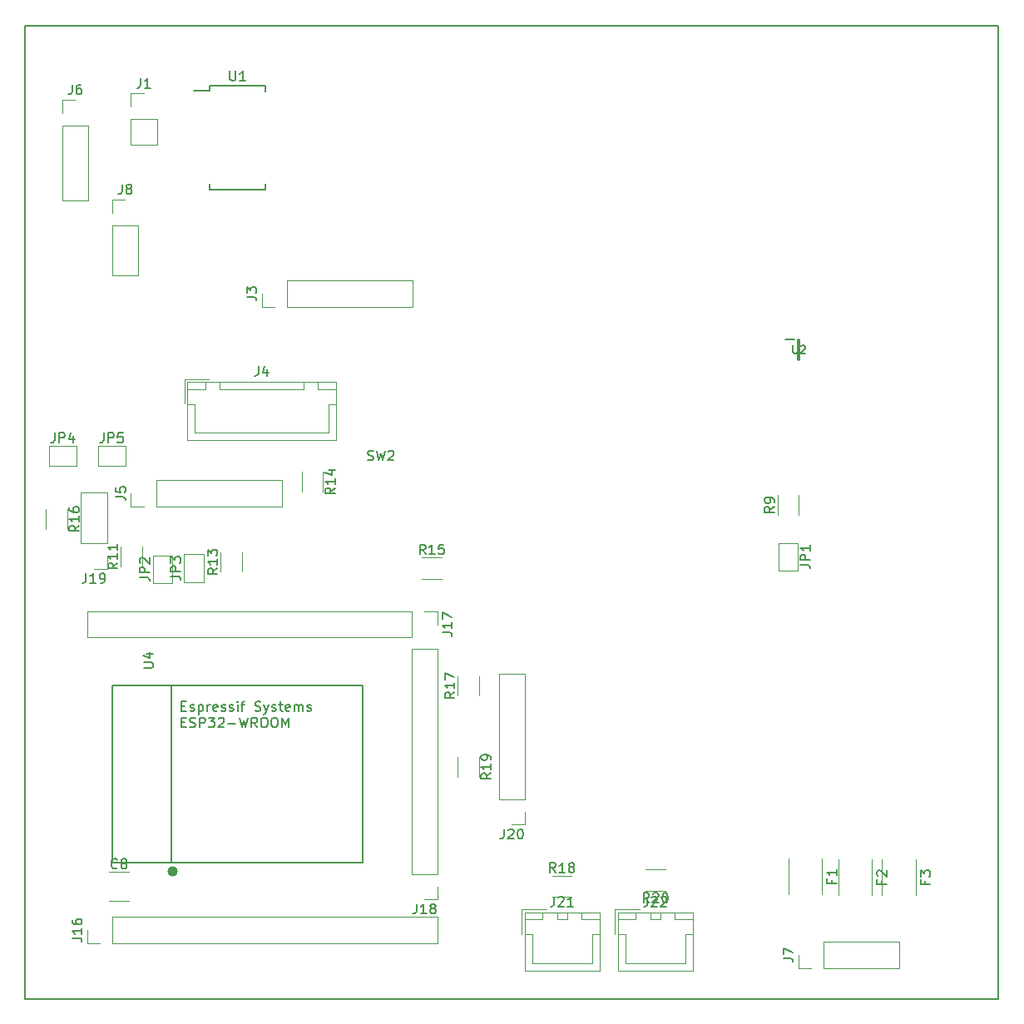
<source format=gbr>
G04 #@! TF.GenerationSoftware,KiCad,Pcbnew,(5.0.2)-1*
G04 #@! TF.CreationDate,2019-04-16T07:35:45+02:00*
G04 #@! TF.ProjectId,devboard_io,64657662-6f61-4726-945f-696f2e6b6963,rev?*
G04 #@! TF.SameCoordinates,Original*
G04 #@! TF.FileFunction,Legend,Top*
G04 #@! TF.FilePolarity,Positive*
%FSLAX46Y46*%
G04 Gerber Fmt 4.6, Leading zero omitted, Abs format (unit mm)*
G04 Created by KiCad (PCBNEW (5.0.2)-1) date 16/04/2019 07:35:45*
%MOMM*%
%LPD*%
G01*
G04 APERTURE LIST*
%ADD10C,0.200000*%
%ADD11C,0.120000*%
%ADD12C,0.150000*%
%ADD13C,0.350000*%
%ADD14C,0.500000*%
G04 APERTURE END LIST*
D10*
X368300000Y-129540000D02*
X467360000Y-129540000D01*
X368300000Y-30480000D02*
X368300000Y-129540000D01*
X467360000Y-30480000D02*
X467360000Y-129540000D01*
X368300000Y-30480000D02*
X467360000Y-30480000D01*
D11*
G04 #@! TO.C,F1*
X445945000Y-115315000D02*
X445945000Y-118915000D01*
X449405000Y-118915000D02*
X449405000Y-115315000D01*
G04 #@! TO.C,F2*
X454485000Y-119000000D02*
X454485000Y-115400000D01*
X451025000Y-115400000D02*
X451025000Y-119000000D01*
G04 #@! TO.C,F3*
X455470000Y-115400000D02*
X455470000Y-119000000D01*
X458930000Y-119000000D02*
X458930000Y-115400000D01*
G04 #@! TO.C,J1*
X379035000Y-42605000D02*
X381695000Y-42605000D01*
X379035000Y-40005000D02*
X379035000Y-42605000D01*
X381695000Y-40005000D02*
X381695000Y-42605000D01*
X379035000Y-40005000D02*
X381695000Y-40005000D01*
X379035000Y-38735000D02*
X379035000Y-37405000D01*
X379035000Y-37405000D02*
X380365000Y-37405000D01*
G04 #@! TO.C,J3*
X392370000Y-59115000D02*
X392370000Y-57785000D01*
X393700000Y-59115000D02*
X392370000Y-59115000D01*
X394970000Y-59115000D02*
X394970000Y-56455000D01*
X394970000Y-56455000D02*
X407730000Y-56455000D01*
X394970000Y-59115000D02*
X407730000Y-59115000D01*
X407730000Y-59115000D02*
X407730000Y-56455000D01*
G04 #@! TO.C,J4*
X384500000Y-66465000D02*
X384500000Y-68965000D01*
X387000000Y-66465000D02*
X384500000Y-66465000D01*
X399150000Y-71965000D02*
X392350000Y-71965000D01*
X399150000Y-69015000D02*
X399150000Y-71965000D01*
X399900000Y-69015000D02*
X399150000Y-69015000D01*
X385550000Y-71965000D02*
X392350000Y-71965000D01*
X385550000Y-69015000D02*
X385550000Y-71965000D01*
X384800000Y-69015000D02*
X385550000Y-69015000D01*
X399900000Y-66765000D02*
X398100000Y-66765000D01*
X399900000Y-67515000D02*
X399900000Y-66765000D01*
X398100000Y-67515000D02*
X399900000Y-67515000D01*
X398100000Y-66765000D02*
X398100000Y-67515000D01*
X386600000Y-66765000D02*
X384800000Y-66765000D01*
X386600000Y-67515000D02*
X386600000Y-66765000D01*
X384800000Y-67515000D02*
X386600000Y-67515000D01*
X384800000Y-66765000D02*
X384800000Y-67515000D01*
X396600000Y-66765000D02*
X388100000Y-66765000D01*
X396600000Y-67515000D02*
X396600000Y-66765000D01*
X388100000Y-67515000D02*
X396600000Y-67515000D01*
X388100000Y-66765000D02*
X388100000Y-67515000D01*
X399900000Y-66765000D02*
X384800000Y-66765000D01*
X399900000Y-72715000D02*
X399900000Y-66765000D01*
X384800000Y-72715000D02*
X399900000Y-72715000D01*
X384800000Y-66765000D02*
X384800000Y-72715000D01*
G04 #@! TO.C,J6*
X372050000Y-48320000D02*
X374710000Y-48320000D01*
X372050000Y-40640000D02*
X372050000Y-48320000D01*
X374710000Y-40640000D02*
X374710000Y-48320000D01*
X372050000Y-40640000D02*
X374710000Y-40640000D01*
X372050000Y-39370000D02*
X372050000Y-38040000D01*
X372050000Y-38040000D02*
X373380000Y-38040000D01*
G04 #@! TO.C,J7*
X446980000Y-126425000D02*
X446980000Y-125095000D01*
X448310000Y-126425000D02*
X446980000Y-126425000D01*
X449580000Y-126425000D02*
X449580000Y-123765000D01*
X449580000Y-123765000D02*
X457260000Y-123765000D01*
X449580000Y-126425000D02*
X457260000Y-126425000D01*
X457260000Y-126425000D02*
X457260000Y-123765000D01*
G04 #@! TO.C,J8*
X377130000Y-48200000D02*
X378460000Y-48200000D01*
X377130000Y-49530000D02*
X377130000Y-48200000D01*
X377130000Y-50800000D02*
X379790000Y-50800000D01*
X379790000Y-50800000D02*
X379790000Y-55940000D01*
X377130000Y-50800000D02*
X377130000Y-55940000D01*
X377130000Y-55940000D02*
X379790000Y-55940000D01*
G04 #@! TO.C,J16*
X410270000Y-123885000D02*
X410270000Y-121225000D01*
X377190000Y-123885000D02*
X410270000Y-123885000D01*
X377190000Y-121225000D02*
X410270000Y-121225000D01*
X377190000Y-123885000D02*
X377190000Y-121225000D01*
X375920000Y-123885000D02*
X374590000Y-123885000D01*
X374590000Y-123885000D02*
X374590000Y-122555000D01*
G04 #@! TO.C,J17*
X410270000Y-90110000D02*
X410270000Y-91440000D01*
X408940000Y-90110000D02*
X410270000Y-90110000D01*
X407670000Y-90110000D02*
X407670000Y-92770000D01*
X407670000Y-92770000D02*
X374590000Y-92770000D01*
X407670000Y-90110000D02*
X374590000Y-90110000D01*
X374590000Y-90110000D02*
X374590000Y-92770000D01*
G04 #@! TO.C,J18*
X410270000Y-119440000D02*
X408940000Y-119440000D01*
X410270000Y-118110000D02*
X410270000Y-119440000D01*
X410270000Y-116840000D02*
X407610000Y-116840000D01*
X407610000Y-116840000D02*
X407610000Y-93920000D01*
X410270000Y-116840000D02*
X410270000Y-93920000D01*
X410270000Y-93920000D02*
X407610000Y-93920000D01*
G04 #@! TO.C,J19*
X376615000Y-78045000D02*
X373955000Y-78045000D01*
X376615000Y-83185000D02*
X376615000Y-78045000D01*
X373955000Y-83185000D02*
X373955000Y-78045000D01*
X376615000Y-83185000D02*
X373955000Y-83185000D01*
X376615000Y-84455000D02*
X376615000Y-85785000D01*
X376615000Y-85785000D02*
X375285000Y-85785000D01*
G04 #@! TO.C,J20*
X419160000Y-96460000D02*
X416500000Y-96460000D01*
X419160000Y-109220000D02*
X419160000Y-96460000D01*
X416500000Y-109220000D02*
X416500000Y-96460000D01*
X419160000Y-109220000D02*
X416500000Y-109220000D01*
X419160000Y-110490000D02*
X419160000Y-111820000D01*
X419160000Y-111820000D02*
X417830000Y-111820000D01*
G04 #@! TO.C,J21*
X418830000Y-120440000D02*
X418830000Y-122940000D01*
X421330000Y-120440000D02*
X418830000Y-120440000D01*
X425980000Y-125940000D02*
X422930000Y-125940000D01*
X425980000Y-122990000D02*
X425980000Y-125940000D01*
X426730000Y-122990000D02*
X425980000Y-122990000D01*
X419880000Y-125940000D02*
X422930000Y-125940000D01*
X419880000Y-122990000D02*
X419880000Y-125940000D01*
X419130000Y-122990000D02*
X419880000Y-122990000D01*
X426730000Y-120740000D02*
X424930000Y-120740000D01*
X426730000Y-121490000D02*
X426730000Y-120740000D01*
X424930000Y-121490000D02*
X426730000Y-121490000D01*
X424930000Y-120740000D02*
X424930000Y-121490000D01*
X420930000Y-120740000D02*
X419130000Y-120740000D01*
X420930000Y-121490000D02*
X420930000Y-120740000D01*
X419130000Y-121490000D02*
X420930000Y-121490000D01*
X419130000Y-120740000D02*
X419130000Y-121490000D01*
X423430000Y-120740000D02*
X422430000Y-120740000D01*
X423430000Y-121490000D02*
X423430000Y-120740000D01*
X422430000Y-121490000D02*
X423430000Y-121490000D01*
X422430000Y-120740000D02*
X422430000Y-121490000D01*
X426730000Y-120740000D02*
X419130000Y-120740000D01*
X426730000Y-126690000D02*
X426730000Y-120740000D01*
X419130000Y-126690000D02*
X426730000Y-126690000D01*
X419130000Y-120740000D02*
X419130000Y-126690000D01*
G04 #@! TO.C,J22*
X428615000Y-120740000D02*
X428615000Y-126690000D01*
X428615000Y-126690000D02*
X436215000Y-126690000D01*
X436215000Y-126690000D02*
X436215000Y-120740000D01*
X436215000Y-120740000D02*
X428615000Y-120740000D01*
X431915000Y-120740000D02*
X431915000Y-121490000D01*
X431915000Y-121490000D02*
X432915000Y-121490000D01*
X432915000Y-121490000D02*
X432915000Y-120740000D01*
X432915000Y-120740000D02*
X431915000Y-120740000D01*
X428615000Y-120740000D02*
X428615000Y-121490000D01*
X428615000Y-121490000D02*
X430415000Y-121490000D01*
X430415000Y-121490000D02*
X430415000Y-120740000D01*
X430415000Y-120740000D02*
X428615000Y-120740000D01*
X434415000Y-120740000D02*
X434415000Y-121490000D01*
X434415000Y-121490000D02*
X436215000Y-121490000D01*
X436215000Y-121490000D02*
X436215000Y-120740000D01*
X436215000Y-120740000D02*
X434415000Y-120740000D01*
X428615000Y-122990000D02*
X429365000Y-122990000D01*
X429365000Y-122990000D02*
X429365000Y-125940000D01*
X429365000Y-125940000D02*
X432415000Y-125940000D01*
X436215000Y-122990000D02*
X435465000Y-122990000D01*
X435465000Y-122990000D02*
X435465000Y-125940000D01*
X435465000Y-125940000D02*
X432415000Y-125940000D01*
X430815000Y-120440000D02*
X428315000Y-120440000D01*
X428315000Y-120440000D02*
X428315000Y-122940000D01*
G04 #@! TO.C,JP1*
X444935100Y-83143900D02*
X446935100Y-83143900D01*
X444935100Y-85943900D02*
X444935100Y-83143900D01*
X446935100Y-85943900D02*
X444935100Y-85943900D01*
X446935100Y-83143900D02*
X446935100Y-85943900D01*
G04 #@! TO.C,JP2*
X381270000Y-87215000D02*
X381270000Y-84415000D01*
X381270000Y-84415000D02*
X383270000Y-84415000D01*
X383270000Y-84415000D02*
X383270000Y-87215000D01*
X383270000Y-87215000D02*
X381270000Y-87215000D01*
G04 #@! TO.C,JP3*
X386445000Y-87125000D02*
X384445000Y-87125000D01*
X386445000Y-84325000D02*
X386445000Y-87125000D01*
X384445000Y-84325000D02*
X386445000Y-84325000D01*
X384445000Y-87125000D02*
X384445000Y-84325000D01*
G04 #@! TO.C,JP4*
X370710000Y-73295000D02*
X373510000Y-73295000D01*
X373510000Y-73295000D02*
X373510000Y-75295000D01*
X373510000Y-75295000D02*
X370710000Y-75295000D01*
X370710000Y-75295000D02*
X370710000Y-73295000D01*
G04 #@! TO.C,JP5*
X375700000Y-75295000D02*
X375700000Y-73295000D01*
X378500000Y-75295000D02*
X375700000Y-75295000D01*
X378500000Y-73295000D02*
X378500000Y-75295000D01*
X375700000Y-73295000D02*
X378500000Y-73295000D01*
G04 #@! TO.C,R9*
X447005100Y-78304900D02*
X447005100Y-80304900D01*
X444865100Y-80304900D02*
X444865100Y-78304900D01*
G04 #@! TO.C,R11*
X380165000Y-83550000D02*
X380165000Y-85550000D01*
X378025000Y-85550000D02*
X378025000Y-83550000D01*
G04 #@! TO.C,R13*
X388185000Y-86090000D02*
X388185000Y-84090000D01*
X390325000Y-84090000D02*
X390325000Y-86090000D01*
G04 #@! TO.C,R14*
X396440000Y-77930000D02*
X396440000Y-75930000D01*
X398580000Y-75930000D02*
X398580000Y-77930000D01*
G04 #@! TO.C,R15*
X410670000Y-86795000D02*
X408670000Y-86795000D01*
X408670000Y-84655000D02*
X410670000Y-84655000D01*
G04 #@! TO.C,R16*
X370405000Y-81740000D02*
X370405000Y-79740000D01*
X372545000Y-79740000D02*
X372545000Y-81740000D01*
G04 #@! TO.C,R17*
X414455000Y-96695000D02*
X414455000Y-98695000D01*
X412315000Y-98695000D02*
X412315000Y-96695000D01*
G04 #@! TO.C,R18*
X421910000Y-117040000D02*
X423910000Y-117040000D01*
X423910000Y-119180000D02*
X421910000Y-119180000D01*
G04 #@! TO.C,R19*
X414455000Y-104950000D02*
X414455000Y-106950000D01*
X412315000Y-106950000D02*
X412315000Y-104950000D01*
G04 #@! TO.C,R20*
X431435000Y-116405000D02*
X433435000Y-116405000D01*
X433435000Y-118545000D02*
X431435000Y-118545000D01*
D12*
G04 #@! TO.C,U1*
X387015000Y-37160000D02*
X385415000Y-37160000D01*
X387015000Y-47235000D02*
X392765000Y-47235000D01*
X387015000Y-36585000D02*
X392765000Y-36585000D01*
X387015000Y-47235000D02*
X387015000Y-46585000D01*
X392765000Y-47235000D02*
X392765000Y-46585000D01*
X392765000Y-36585000D02*
X392765000Y-37235000D01*
X387015000Y-36585000D02*
X387015000Y-37160000D01*
G04 #@! TO.C,U2*
X445640000Y-62400000D02*
X446540000Y-62400000D01*
D13*
X447040000Y-62500000D02*
X447040000Y-64500000D01*
D14*
G04 #@! TO.C,U4*
X383569981Y-116586000D02*
G75*
G03X383569981Y-116586000I-283981J0D01*
G01*
D12*
X383140000Y-97680000D02*
X383140000Y-115680000D01*
X377140000Y-115680000D02*
X402640000Y-115680000D01*
X377140000Y-97680000D02*
X402640000Y-97680000D01*
X402640000Y-97680000D02*
X402640000Y-115680000D01*
X377140000Y-97680000D02*
X377140000Y-115680000D01*
D11*
G04 #@! TO.C,J5*
X379035000Y-79435000D02*
X379035000Y-78105000D01*
X380365000Y-79435000D02*
X379035000Y-79435000D01*
X381635000Y-79435000D02*
X381635000Y-76775000D01*
X381635000Y-76775000D02*
X394395000Y-76775000D01*
X381635000Y-79435000D02*
X394395000Y-79435000D01*
X394395000Y-79435000D02*
X394395000Y-76775000D01*
G04 #@! TO.C,C8*
X376825000Y-119590000D02*
X378825000Y-119590000D01*
X378825000Y-116630000D02*
X376825000Y-116630000D01*
G04 #@! TO.C,F1*
D12*
X450353571Y-117448333D02*
X450353571Y-117781666D01*
X450877380Y-117781666D02*
X449877380Y-117781666D01*
X449877380Y-117305476D01*
X450877380Y-116400714D02*
X450877380Y-116972142D01*
X450877380Y-116686428D02*
X449877380Y-116686428D01*
X450020238Y-116781666D01*
X450115476Y-116876904D01*
X450163095Y-116972142D01*
G04 #@! TO.C,F2*
X455433571Y-117533333D02*
X455433571Y-117866666D01*
X455957380Y-117866666D02*
X454957380Y-117866666D01*
X454957380Y-117390476D01*
X455052619Y-117057142D02*
X455005000Y-117009523D01*
X454957380Y-116914285D01*
X454957380Y-116676190D01*
X455005000Y-116580952D01*
X455052619Y-116533333D01*
X455147857Y-116485714D01*
X455243095Y-116485714D01*
X455385952Y-116533333D01*
X455957380Y-117104761D01*
X455957380Y-116485714D01*
G04 #@! TO.C,F3*
X459878571Y-117533333D02*
X459878571Y-117866666D01*
X460402380Y-117866666D02*
X459402380Y-117866666D01*
X459402380Y-117390476D01*
X459402380Y-117104761D02*
X459402380Y-116485714D01*
X459783333Y-116819047D01*
X459783333Y-116676190D01*
X459830952Y-116580952D01*
X459878571Y-116533333D01*
X459973809Y-116485714D01*
X460211904Y-116485714D01*
X460307142Y-116533333D01*
X460354761Y-116580952D01*
X460402380Y-116676190D01*
X460402380Y-116961904D01*
X460354761Y-117057142D01*
X460307142Y-117104761D01*
G04 #@! TO.C,J1*
X380031666Y-35857380D02*
X380031666Y-36571666D01*
X379984047Y-36714523D01*
X379888809Y-36809761D01*
X379745952Y-36857380D01*
X379650714Y-36857380D01*
X381031666Y-36857380D02*
X380460238Y-36857380D01*
X380745952Y-36857380D02*
X380745952Y-35857380D01*
X380650714Y-36000238D01*
X380555476Y-36095476D01*
X380460238Y-36143095D01*
G04 #@! TO.C,J3*
X390822380Y-58118333D02*
X391536666Y-58118333D01*
X391679523Y-58165952D01*
X391774761Y-58261190D01*
X391822380Y-58404047D01*
X391822380Y-58499285D01*
X390822380Y-57737380D02*
X390822380Y-57118333D01*
X391203333Y-57451666D01*
X391203333Y-57308809D01*
X391250952Y-57213571D01*
X391298571Y-57165952D01*
X391393809Y-57118333D01*
X391631904Y-57118333D01*
X391727142Y-57165952D01*
X391774761Y-57213571D01*
X391822380Y-57308809D01*
X391822380Y-57594523D01*
X391774761Y-57689761D01*
X391727142Y-57737380D01*
G04 #@! TO.C,J4*
X392016666Y-65167380D02*
X392016666Y-65881666D01*
X391969047Y-66024523D01*
X391873809Y-66119761D01*
X391730952Y-66167380D01*
X391635714Y-66167380D01*
X392921428Y-65500714D02*
X392921428Y-66167380D01*
X392683333Y-65119761D02*
X392445238Y-65834047D01*
X393064285Y-65834047D01*
G04 #@! TO.C,J6*
X373046666Y-36492380D02*
X373046666Y-37206666D01*
X372999047Y-37349523D01*
X372903809Y-37444761D01*
X372760952Y-37492380D01*
X372665714Y-37492380D01*
X373951428Y-36492380D02*
X373760952Y-36492380D01*
X373665714Y-36540000D01*
X373618095Y-36587619D01*
X373522857Y-36730476D01*
X373475238Y-36920952D01*
X373475238Y-37301904D01*
X373522857Y-37397142D01*
X373570476Y-37444761D01*
X373665714Y-37492380D01*
X373856190Y-37492380D01*
X373951428Y-37444761D01*
X373999047Y-37397142D01*
X374046666Y-37301904D01*
X374046666Y-37063809D01*
X373999047Y-36968571D01*
X373951428Y-36920952D01*
X373856190Y-36873333D01*
X373665714Y-36873333D01*
X373570476Y-36920952D01*
X373522857Y-36968571D01*
X373475238Y-37063809D01*
G04 #@! TO.C,J7*
X445432380Y-125428333D02*
X446146666Y-125428333D01*
X446289523Y-125475952D01*
X446384761Y-125571190D01*
X446432380Y-125714047D01*
X446432380Y-125809285D01*
X445432380Y-125047380D02*
X445432380Y-124380714D01*
X446432380Y-124809285D01*
G04 #@! TO.C,J8*
X378126666Y-46652380D02*
X378126666Y-47366666D01*
X378079047Y-47509523D01*
X377983809Y-47604761D01*
X377840952Y-47652380D01*
X377745714Y-47652380D01*
X378745714Y-47080952D02*
X378650476Y-47033333D01*
X378602857Y-46985714D01*
X378555238Y-46890476D01*
X378555238Y-46842857D01*
X378602857Y-46747619D01*
X378650476Y-46700000D01*
X378745714Y-46652380D01*
X378936190Y-46652380D01*
X379031428Y-46700000D01*
X379079047Y-46747619D01*
X379126666Y-46842857D01*
X379126666Y-46890476D01*
X379079047Y-46985714D01*
X379031428Y-47033333D01*
X378936190Y-47080952D01*
X378745714Y-47080952D01*
X378650476Y-47128571D01*
X378602857Y-47176190D01*
X378555238Y-47271428D01*
X378555238Y-47461904D01*
X378602857Y-47557142D01*
X378650476Y-47604761D01*
X378745714Y-47652380D01*
X378936190Y-47652380D01*
X379031428Y-47604761D01*
X379079047Y-47557142D01*
X379126666Y-47461904D01*
X379126666Y-47271428D01*
X379079047Y-47176190D01*
X379031428Y-47128571D01*
X378936190Y-47080952D01*
G04 #@! TO.C,J16*
X373042380Y-123364523D02*
X373756666Y-123364523D01*
X373899523Y-123412142D01*
X373994761Y-123507380D01*
X374042380Y-123650238D01*
X374042380Y-123745476D01*
X374042380Y-122364523D02*
X374042380Y-122935952D01*
X374042380Y-122650238D02*
X373042380Y-122650238D01*
X373185238Y-122745476D01*
X373280476Y-122840714D01*
X373328095Y-122935952D01*
X373042380Y-121507380D02*
X373042380Y-121697857D01*
X373090000Y-121793095D01*
X373137619Y-121840714D01*
X373280476Y-121935952D01*
X373470952Y-121983571D01*
X373851904Y-121983571D01*
X373947142Y-121935952D01*
X373994761Y-121888333D01*
X374042380Y-121793095D01*
X374042380Y-121602619D01*
X373994761Y-121507380D01*
X373947142Y-121459761D01*
X373851904Y-121412142D01*
X373613809Y-121412142D01*
X373518571Y-121459761D01*
X373470952Y-121507380D01*
X373423333Y-121602619D01*
X373423333Y-121793095D01*
X373470952Y-121888333D01*
X373518571Y-121935952D01*
X373613809Y-121983571D01*
G04 #@! TO.C,J17*
X410722380Y-92249523D02*
X411436666Y-92249523D01*
X411579523Y-92297142D01*
X411674761Y-92392380D01*
X411722380Y-92535238D01*
X411722380Y-92630476D01*
X411722380Y-91249523D02*
X411722380Y-91820952D01*
X411722380Y-91535238D02*
X410722380Y-91535238D01*
X410865238Y-91630476D01*
X410960476Y-91725714D01*
X411008095Y-91820952D01*
X410722380Y-90916190D02*
X410722380Y-90249523D01*
X411722380Y-90678095D01*
G04 #@! TO.C,J18*
X408130476Y-119892380D02*
X408130476Y-120606666D01*
X408082857Y-120749523D01*
X407987619Y-120844761D01*
X407844761Y-120892380D01*
X407749523Y-120892380D01*
X409130476Y-120892380D02*
X408559047Y-120892380D01*
X408844761Y-120892380D02*
X408844761Y-119892380D01*
X408749523Y-120035238D01*
X408654285Y-120130476D01*
X408559047Y-120178095D01*
X409701904Y-120320952D02*
X409606666Y-120273333D01*
X409559047Y-120225714D01*
X409511428Y-120130476D01*
X409511428Y-120082857D01*
X409559047Y-119987619D01*
X409606666Y-119940000D01*
X409701904Y-119892380D01*
X409892380Y-119892380D01*
X409987619Y-119940000D01*
X410035238Y-119987619D01*
X410082857Y-120082857D01*
X410082857Y-120130476D01*
X410035238Y-120225714D01*
X409987619Y-120273333D01*
X409892380Y-120320952D01*
X409701904Y-120320952D01*
X409606666Y-120368571D01*
X409559047Y-120416190D01*
X409511428Y-120511428D01*
X409511428Y-120701904D01*
X409559047Y-120797142D01*
X409606666Y-120844761D01*
X409701904Y-120892380D01*
X409892380Y-120892380D01*
X409987619Y-120844761D01*
X410035238Y-120797142D01*
X410082857Y-120701904D01*
X410082857Y-120511428D01*
X410035238Y-120416190D01*
X409987619Y-120368571D01*
X409892380Y-120320952D01*
G04 #@! TO.C,J19*
X374475476Y-86237380D02*
X374475476Y-86951666D01*
X374427857Y-87094523D01*
X374332619Y-87189761D01*
X374189761Y-87237380D01*
X374094523Y-87237380D01*
X375475476Y-87237380D02*
X374904047Y-87237380D01*
X375189761Y-87237380D02*
X375189761Y-86237380D01*
X375094523Y-86380238D01*
X374999285Y-86475476D01*
X374904047Y-86523095D01*
X375951666Y-87237380D02*
X376142142Y-87237380D01*
X376237380Y-87189761D01*
X376285000Y-87142142D01*
X376380238Y-86999285D01*
X376427857Y-86808809D01*
X376427857Y-86427857D01*
X376380238Y-86332619D01*
X376332619Y-86285000D01*
X376237380Y-86237380D01*
X376046904Y-86237380D01*
X375951666Y-86285000D01*
X375904047Y-86332619D01*
X375856428Y-86427857D01*
X375856428Y-86665952D01*
X375904047Y-86761190D01*
X375951666Y-86808809D01*
X376046904Y-86856428D01*
X376237380Y-86856428D01*
X376332619Y-86808809D01*
X376380238Y-86761190D01*
X376427857Y-86665952D01*
G04 #@! TO.C,J20*
X417020476Y-112272380D02*
X417020476Y-112986666D01*
X416972857Y-113129523D01*
X416877619Y-113224761D01*
X416734761Y-113272380D01*
X416639523Y-113272380D01*
X417449047Y-112367619D02*
X417496666Y-112320000D01*
X417591904Y-112272380D01*
X417830000Y-112272380D01*
X417925238Y-112320000D01*
X417972857Y-112367619D01*
X418020476Y-112462857D01*
X418020476Y-112558095D01*
X417972857Y-112700952D01*
X417401428Y-113272380D01*
X418020476Y-113272380D01*
X418639523Y-112272380D02*
X418734761Y-112272380D01*
X418830000Y-112320000D01*
X418877619Y-112367619D01*
X418925238Y-112462857D01*
X418972857Y-112653333D01*
X418972857Y-112891428D01*
X418925238Y-113081904D01*
X418877619Y-113177142D01*
X418830000Y-113224761D01*
X418734761Y-113272380D01*
X418639523Y-113272380D01*
X418544285Y-113224761D01*
X418496666Y-113177142D01*
X418449047Y-113081904D01*
X418401428Y-112891428D01*
X418401428Y-112653333D01*
X418449047Y-112462857D01*
X418496666Y-112367619D01*
X418544285Y-112320000D01*
X418639523Y-112272380D01*
G04 #@! TO.C,J21*
X422120476Y-119142380D02*
X422120476Y-119856666D01*
X422072857Y-119999523D01*
X421977619Y-120094761D01*
X421834761Y-120142380D01*
X421739523Y-120142380D01*
X422549047Y-119237619D02*
X422596666Y-119190000D01*
X422691904Y-119142380D01*
X422930000Y-119142380D01*
X423025238Y-119190000D01*
X423072857Y-119237619D01*
X423120476Y-119332857D01*
X423120476Y-119428095D01*
X423072857Y-119570952D01*
X422501428Y-120142380D01*
X423120476Y-120142380D01*
X424072857Y-120142380D02*
X423501428Y-120142380D01*
X423787142Y-120142380D02*
X423787142Y-119142380D01*
X423691904Y-119285238D01*
X423596666Y-119380476D01*
X423501428Y-119428095D01*
G04 #@! TO.C,J22*
X431605476Y-119142380D02*
X431605476Y-119856666D01*
X431557857Y-119999523D01*
X431462619Y-120094761D01*
X431319761Y-120142380D01*
X431224523Y-120142380D01*
X432034047Y-119237619D02*
X432081666Y-119190000D01*
X432176904Y-119142380D01*
X432415000Y-119142380D01*
X432510238Y-119190000D01*
X432557857Y-119237619D01*
X432605476Y-119332857D01*
X432605476Y-119428095D01*
X432557857Y-119570952D01*
X431986428Y-120142380D01*
X432605476Y-120142380D01*
X432986428Y-119237619D02*
X433034047Y-119190000D01*
X433129285Y-119142380D01*
X433367380Y-119142380D01*
X433462619Y-119190000D01*
X433510238Y-119237619D01*
X433557857Y-119332857D01*
X433557857Y-119428095D01*
X433510238Y-119570952D01*
X432938809Y-120142380D01*
X433557857Y-120142380D01*
G04 #@! TO.C,JP1*
X447187480Y-85377233D02*
X447901766Y-85377233D01*
X448044623Y-85424852D01*
X448139861Y-85520090D01*
X448187480Y-85662947D01*
X448187480Y-85758185D01*
X448187480Y-84901042D02*
X447187480Y-84901042D01*
X447187480Y-84520090D01*
X447235100Y-84424852D01*
X447282719Y-84377233D01*
X447377957Y-84329614D01*
X447520814Y-84329614D01*
X447616052Y-84377233D01*
X447663671Y-84424852D01*
X447711290Y-84520090D01*
X447711290Y-84901042D01*
X448187480Y-83377233D02*
X448187480Y-83948661D01*
X448187480Y-83662947D02*
X447187480Y-83662947D01*
X447330338Y-83758185D01*
X447425576Y-83853423D01*
X447473195Y-83948661D01*
G04 #@! TO.C,JP2*
X379922380Y-86648333D02*
X380636666Y-86648333D01*
X380779523Y-86695952D01*
X380874761Y-86791190D01*
X380922380Y-86934047D01*
X380922380Y-87029285D01*
X380922380Y-86172142D02*
X379922380Y-86172142D01*
X379922380Y-85791190D01*
X379970000Y-85695952D01*
X380017619Y-85648333D01*
X380112857Y-85600714D01*
X380255714Y-85600714D01*
X380350952Y-85648333D01*
X380398571Y-85695952D01*
X380446190Y-85791190D01*
X380446190Y-86172142D01*
X380017619Y-85219761D02*
X379970000Y-85172142D01*
X379922380Y-85076904D01*
X379922380Y-84838809D01*
X379970000Y-84743571D01*
X380017619Y-84695952D01*
X380112857Y-84648333D01*
X380208095Y-84648333D01*
X380350952Y-84695952D01*
X380922380Y-85267380D01*
X380922380Y-84648333D01*
G04 #@! TO.C,JP3*
X383097380Y-86558333D02*
X383811666Y-86558333D01*
X383954523Y-86605952D01*
X384049761Y-86701190D01*
X384097380Y-86844047D01*
X384097380Y-86939285D01*
X384097380Y-86082142D02*
X383097380Y-86082142D01*
X383097380Y-85701190D01*
X383145000Y-85605952D01*
X383192619Y-85558333D01*
X383287857Y-85510714D01*
X383430714Y-85510714D01*
X383525952Y-85558333D01*
X383573571Y-85605952D01*
X383621190Y-85701190D01*
X383621190Y-86082142D01*
X383097380Y-85177380D02*
X383097380Y-84558333D01*
X383478333Y-84891666D01*
X383478333Y-84748809D01*
X383525952Y-84653571D01*
X383573571Y-84605952D01*
X383668809Y-84558333D01*
X383906904Y-84558333D01*
X384002142Y-84605952D01*
X384049761Y-84653571D01*
X384097380Y-84748809D01*
X384097380Y-85034523D01*
X384049761Y-85129761D01*
X384002142Y-85177380D01*
G04 #@! TO.C,JP4*
X371276666Y-71947380D02*
X371276666Y-72661666D01*
X371229047Y-72804523D01*
X371133809Y-72899761D01*
X370990952Y-72947380D01*
X370895714Y-72947380D01*
X371752857Y-72947380D02*
X371752857Y-71947380D01*
X372133809Y-71947380D01*
X372229047Y-71995000D01*
X372276666Y-72042619D01*
X372324285Y-72137857D01*
X372324285Y-72280714D01*
X372276666Y-72375952D01*
X372229047Y-72423571D01*
X372133809Y-72471190D01*
X371752857Y-72471190D01*
X373181428Y-72280714D02*
X373181428Y-72947380D01*
X372943333Y-71899761D02*
X372705238Y-72614047D01*
X373324285Y-72614047D01*
G04 #@! TO.C,JP5*
X376266666Y-71947380D02*
X376266666Y-72661666D01*
X376219047Y-72804523D01*
X376123809Y-72899761D01*
X375980952Y-72947380D01*
X375885714Y-72947380D01*
X376742857Y-72947380D02*
X376742857Y-71947380D01*
X377123809Y-71947380D01*
X377219047Y-71995000D01*
X377266666Y-72042619D01*
X377314285Y-72137857D01*
X377314285Y-72280714D01*
X377266666Y-72375952D01*
X377219047Y-72423571D01*
X377123809Y-72471190D01*
X376742857Y-72471190D01*
X378219047Y-71947380D02*
X377742857Y-71947380D01*
X377695238Y-72423571D01*
X377742857Y-72375952D01*
X377838095Y-72328333D01*
X378076190Y-72328333D01*
X378171428Y-72375952D01*
X378219047Y-72423571D01*
X378266666Y-72518809D01*
X378266666Y-72756904D01*
X378219047Y-72852142D01*
X378171428Y-72899761D01*
X378076190Y-72947380D01*
X377838095Y-72947380D01*
X377742857Y-72899761D01*
X377695238Y-72852142D01*
G04 #@! TO.C,R9*
X444537480Y-79471566D02*
X444061290Y-79804900D01*
X444537480Y-80042995D02*
X443537480Y-80042995D01*
X443537480Y-79662042D01*
X443585100Y-79566804D01*
X443632719Y-79519185D01*
X443727957Y-79471566D01*
X443870814Y-79471566D01*
X443966052Y-79519185D01*
X444013671Y-79566804D01*
X444061290Y-79662042D01*
X444061290Y-80042995D01*
X444537480Y-78995376D02*
X444537480Y-78804900D01*
X444489861Y-78709661D01*
X444442242Y-78662042D01*
X444299385Y-78566804D01*
X444108909Y-78519185D01*
X443727957Y-78519185D01*
X443632719Y-78566804D01*
X443585100Y-78614423D01*
X443537480Y-78709661D01*
X443537480Y-78900138D01*
X443585100Y-78995376D01*
X443632719Y-79042995D01*
X443727957Y-79090614D01*
X443966052Y-79090614D01*
X444061290Y-79042995D01*
X444108909Y-78995376D01*
X444156528Y-78900138D01*
X444156528Y-78709661D01*
X444108909Y-78614423D01*
X444061290Y-78566804D01*
X443966052Y-78519185D01*
G04 #@! TO.C,R11*
X377697380Y-85192857D02*
X377221190Y-85526190D01*
X377697380Y-85764285D02*
X376697380Y-85764285D01*
X376697380Y-85383333D01*
X376745000Y-85288095D01*
X376792619Y-85240476D01*
X376887857Y-85192857D01*
X377030714Y-85192857D01*
X377125952Y-85240476D01*
X377173571Y-85288095D01*
X377221190Y-85383333D01*
X377221190Y-85764285D01*
X377697380Y-84240476D02*
X377697380Y-84811904D01*
X377697380Y-84526190D02*
X376697380Y-84526190D01*
X376840238Y-84621428D01*
X376935476Y-84716666D01*
X376983095Y-84811904D01*
X377697380Y-83288095D02*
X377697380Y-83859523D01*
X377697380Y-83573809D02*
X376697380Y-83573809D01*
X376840238Y-83669047D01*
X376935476Y-83764285D01*
X376983095Y-83859523D01*
G04 #@! TO.C,R13*
X387857380Y-85732857D02*
X387381190Y-86066190D01*
X387857380Y-86304285D02*
X386857380Y-86304285D01*
X386857380Y-85923333D01*
X386905000Y-85828095D01*
X386952619Y-85780476D01*
X387047857Y-85732857D01*
X387190714Y-85732857D01*
X387285952Y-85780476D01*
X387333571Y-85828095D01*
X387381190Y-85923333D01*
X387381190Y-86304285D01*
X387857380Y-84780476D02*
X387857380Y-85351904D01*
X387857380Y-85066190D02*
X386857380Y-85066190D01*
X387000238Y-85161428D01*
X387095476Y-85256666D01*
X387143095Y-85351904D01*
X386857380Y-84447142D02*
X386857380Y-83828095D01*
X387238333Y-84161428D01*
X387238333Y-84018571D01*
X387285952Y-83923333D01*
X387333571Y-83875714D01*
X387428809Y-83828095D01*
X387666904Y-83828095D01*
X387762142Y-83875714D01*
X387809761Y-83923333D01*
X387857380Y-84018571D01*
X387857380Y-84304285D01*
X387809761Y-84399523D01*
X387762142Y-84447142D01*
G04 #@! TO.C,R14*
X399812380Y-77572857D02*
X399336190Y-77906190D01*
X399812380Y-78144285D02*
X398812380Y-78144285D01*
X398812380Y-77763333D01*
X398860000Y-77668095D01*
X398907619Y-77620476D01*
X399002857Y-77572857D01*
X399145714Y-77572857D01*
X399240952Y-77620476D01*
X399288571Y-77668095D01*
X399336190Y-77763333D01*
X399336190Y-78144285D01*
X399812380Y-76620476D02*
X399812380Y-77191904D01*
X399812380Y-76906190D02*
X398812380Y-76906190D01*
X398955238Y-77001428D01*
X399050476Y-77096666D01*
X399098095Y-77191904D01*
X399145714Y-75763333D02*
X399812380Y-75763333D01*
X398764761Y-76001428D02*
X399479047Y-76239523D01*
X399479047Y-75620476D01*
G04 #@! TO.C,R15*
X409027142Y-84327380D02*
X408693809Y-83851190D01*
X408455714Y-84327380D02*
X408455714Y-83327380D01*
X408836666Y-83327380D01*
X408931904Y-83375000D01*
X408979523Y-83422619D01*
X409027142Y-83517857D01*
X409027142Y-83660714D01*
X408979523Y-83755952D01*
X408931904Y-83803571D01*
X408836666Y-83851190D01*
X408455714Y-83851190D01*
X409979523Y-84327380D02*
X409408095Y-84327380D01*
X409693809Y-84327380D02*
X409693809Y-83327380D01*
X409598571Y-83470238D01*
X409503333Y-83565476D01*
X409408095Y-83613095D01*
X410884285Y-83327380D02*
X410408095Y-83327380D01*
X410360476Y-83803571D01*
X410408095Y-83755952D01*
X410503333Y-83708333D01*
X410741428Y-83708333D01*
X410836666Y-83755952D01*
X410884285Y-83803571D01*
X410931904Y-83898809D01*
X410931904Y-84136904D01*
X410884285Y-84232142D01*
X410836666Y-84279761D01*
X410741428Y-84327380D01*
X410503333Y-84327380D01*
X410408095Y-84279761D01*
X410360476Y-84232142D01*
G04 #@! TO.C,R16*
X373777380Y-81382857D02*
X373301190Y-81716190D01*
X373777380Y-81954285D02*
X372777380Y-81954285D01*
X372777380Y-81573333D01*
X372825000Y-81478095D01*
X372872619Y-81430476D01*
X372967857Y-81382857D01*
X373110714Y-81382857D01*
X373205952Y-81430476D01*
X373253571Y-81478095D01*
X373301190Y-81573333D01*
X373301190Y-81954285D01*
X373777380Y-80430476D02*
X373777380Y-81001904D01*
X373777380Y-80716190D02*
X372777380Y-80716190D01*
X372920238Y-80811428D01*
X373015476Y-80906666D01*
X373063095Y-81001904D01*
X372777380Y-79573333D02*
X372777380Y-79763809D01*
X372825000Y-79859047D01*
X372872619Y-79906666D01*
X373015476Y-80001904D01*
X373205952Y-80049523D01*
X373586904Y-80049523D01*
X373682142Y-80001904D01*
X373729761Y-79954285D01*
X373777380Y-79859047D01*
X373777380Y-79668571D01*
X373729761Y-79573333D01*
X373682142Y-79525714D01*
X373586904Y-79478095D01*
X373348809Y-79478095D01*
X373253571Y-79525714D01*
X373205952Y-79573333D01*
X373158333Y-79668571D01*
X373158333Y-79859047D01*
X373205952Y-79954285D01*
X373253571Y-80001904D01*
X373348809Y-80049523D01*
G04 #@! TO.C,R17*
X411987380Y-98337857D02*
X411511190Y-98671190D01*
X411987380Y-98909285D02*
X410987380Y-98909285D01*
X410987380Y-98528333D01*
X411035000Y-98433095D01*
X411082619Y-98385476D01*
X411177857Y-98337857D01*
X411320714Y-98337857D01*
X411415952Y-98385476D01*
X411463571Y-98433095D01*
X411511190Y-98528333D01*
X411511190Y-98909285D01*
X411987380Y-97385476D02*
X411987380Y-97956904D01*
X411987380Y-97671190D02*
X410987380Y-97671190D01*
X411130238Y-97766428D01*
X411225476Y-97861666D01*
X411273095Y-97956904D01*
X410987380Y-97052142D02*
X410987380Y-96385476D01*
X411987380Y-96814047D01*
G04 #@! TO.C,R18*
X422267142Y-116712380D02*
X421933809Y-116236190D01*
X421695714Y-116712380D02*
X421695714Y-115712380D01*
X422076666Y-115712380D01*
X422171904Y-115760000D01*
X422219523Y-115807619D01*
X422267142Y-115902857D01*
X422267142Y-116045714D01*
X422219523Y-116140952D01*
X422171904Y-116188571D01*
X422076666Y-116236190D01*
X421695714Y-116236190D01*
X423219523Y-116712380D02*
X422648095Y-116712380D01*
X422933809Y-116712380D02*
X422933809Y-115712380D01*
X422838571Y-115855238D01*
X422743333Y-115950476D01*
X422648095Y-115998095D01*
X423790952Y-116140952D02*
X423695714Y-116093333D01*
X423648095Y-116045714D01*
X423600476Y-115950476D01*
X423600476Y-115902857D01*
X423648095Y-115807619D01*
X423695714Y-115760000D01*
X423790952Y-115712380D01*
X423981428Y-115712380D01*
X424076666Y-115760000D01*
X424124285Y-115807619D01*
X424171904Y-115902857D01*
X424171904Y-115950476D01*
X424124285Y-116045714D01*
X424076666Y-116093333D01*
X423981428Y-116140952D01*
X423790952Y-116140952D01*
X423695714Y-116188571D01*
X423648095Y-116236190D01*
X423600476Y-116331428D01*
X423600476Y-116521904D01*
X423648095Y-116617142D01*
X423695714Y-116664761D01*
X423790952Y-116712380D01*
X423981428Y-116712380D01*
X424076666Y-116664761D01*
X424124285Y-116617142D01*
X424171904Y-116521904D01*
X424171904Y-116331428D01*
X424124285Y-116236190D01*
X424076666Y-116188571D01*
X423981428Y-116140952D01*
G04 #@! TO.C,R19*
X415687380Y-106592857D02*
X415211190Y-106926190D01*
X415687380Y-107164285D02*
X414687380Y-107164285D01*
X414687380Y-106783333D01*
X414735000Y-106688095D01*
X414782619Y-106640476D01*
X414877857Y-106592857D01*
X415020714Y-106592857D01*
X415115952Y-106640476D01*
X415163571Y-106688095D01*
X415211190Y-106783333D01*
X415211190Y-107164285D01*
X415687380Y-105640476D02*
X415687380Y-106211904D01*
X415687380Y-105926190D02*
X414687380Y-105926190D01*
X414830238Y-106021428D01*
X414925476Y-106116666D01*
X414973095Y-106211904D01*
X415687380Y-105164285D02*
X415687380Y-104973809D01*
X415639761Y-104878571D01*
X415592142Y-104830952D01*
X415449285Y-104735714D01*
X415258809Y-104688095D01*
X414877857Y-104688095D01*
X414782619Y-104735714D01*
X414735000Y-104783333D01*
X414687380Y-104878571D01*
X414687380Y-105069047D01*
X414735000Y-105164285D01*
X414782619Y-105211904D01*
X414877857Y-105259523D01*
X415115952Y-105259523D01*
X415211190Y-105211904D01*
X415258809Y-105164285D01*
X415306428Y-105069047D01*
X415306428Y-104878571D01*
X415258809Y-104783333D01*
X415211190Y-104735714D01*
X415115952Y-104688095D01*
G04 #@! TO.C,R20*
X431792142Y-119777380D02*
X431458809Y-119301190D01*
X431220714Y-119777380D02*
X431220714Y-118777380D01*
X431601666Y-118777380D01*
X431696904Y-118825000D01*
X431744523Y-118872619D01*
X431792142Y-118967857D01*
X431792142Y-119110714D01*
X431744523Y-119205952D01*
X431696904Y-119253571D01*
X431601666Y-119301190D01*
X431220714Y-119301190D01*
X432173095Y-118872619D02*
X432220714Y-118825000D01*
X432315952Y-118777380D01*
X432554047Y-118777380D01*
X432649285Y-118825000D01*
X432696904Y-118872619D01*
X432744523Y-118967857D01*
X432744523Y-119063095D01*
X432696904Y-119205952D01*
X432125476Y-119777380D01*
X432744523Y-119777380D01*
X433363571Y-118777380D02*
X433458809Y-118777380D01*
X433554047Y-118825000D01*
X433601666Y-118872619D01*
X433649285Y-118967857D01*
X433696904Y-119158333D01*
X433696904Y-119396428D01*
X433649285Y-119586904D01*
X433601666Y-119682142D01*
X433554047Y-119729761D01*
X433458809Y-119777380D01*
X433363571Y-119777380D01*
X433268333Y-119729761D01*
X433220714Y-119682142D01*
X433173095Y-119586904D01*
X433125476Y-119396428D01*
X433125476Y-119158333D01*
X433173095Y-118967857D01*
X433220714Y-118872619D01*
X433268333Y-118825000D01*
X433363571Y-118777380D01*
G04 #@! TO.C,SW2*
X403136266Y-74712461D02*
X403279123Y-74760080D01*
X403517219Y-74760080D01*
X403612457Y-74712461D01*
X403660076Y-74664842D01*
X403707695Y-74569604D01*
X403707695Y-74474366D01*
X403660076Y-74379128D01*
X403612457Y-74331509D01*
X403517219Y-74283890D01*
X403326742Y-74236271D01*
X403231504Y-74188652D01*
X403183885Y-74141033D01*
X403136266Y-74045795D01*
X403136266Y-73950557D01*
X403183885Y-73855319D01*
X403231504Y-73807700D01*
X403326742Y-73760080D01*
X403564838Y-73760080D01*
X403707695Y-73807700D01*
X404041028Y-73760080D02*
X404279123Y-74760080D01*
X404469600Y-74045795D01*
X404660076Y-74760080D01*
X404898171Y-73760080D01*
X405231504Y-73855319D02*
X405279123Y-73807700D01*
X405374361Y-73760080D01*
X405612457Y-73760080D01*
X405707695Y-73807700D01*
X405755314Y-73855319D01*
X405802933Y-73950557D01*
X405802933Y-74045795D01*
X405755314Y-74188652D01*
X405183885Y-74760080D01*
X405802933Y-74760080D01*
G04 #@! TO.C,U1*
X389128095Y-35112380D02*
X389128095Y-35921904D01*
X389175714Y-36017142D01*
X389223333Y-36064761D01*
X389318571Y-36112380D01*
X389509047Y-36112380D01*
X389604285Y-36064761D01*
X389651904Y-36017142D01*
X389699523Y-35921904D01*
X389699523Y-35112380D01*
X390699523Y-36112380D02*
X390128095Y-36112380D01*
X390413809Y-36112380D02*
X390413809Y-35112380D01*
X390318571Y-35255238D01*
X390223333Y-35350476D01*
X390128095Y-35398095D01*
G04 #@! TO.C,U2*
X446430476Y-63061904D02*
X446430476Y-63709523D01*
X446468571Y-63785714D01*
X446506666Y-63823809D01*
X446582857Y-63861904D01*
X446735238Y-63861904D01*
X446811428Y-63823809D01*
X446849523Y-63785714D01*
X446887619Y-63709523D01*
X446887619Y-63061904D01*
X447230476Y-63138095D02*
X447268571Y-63100000D01*
X447344761Y-63061904D01*
X447535238Y-63061904D01*
X447611428Y-63100000D01*
X447649523Y-63138095D01*
X447687619Y-63214285D01*
X447687619Y-63290476D01*
X447649523Y-63404761D01*
X447192380Y-63861904D01*
X447687619Y-63861904D01*
G04 #@! TO.C,U4*
X380325380Y-95884904D02*
X381134904Y-95884904D01*
X381230142Y-95837285D01*
X381277761Y-95789666D01*
X381325380Y-95694428D01*
X381325380Y-95503952D01*
X381277761Y-95408714D01*
X381230142Y-95361095D01*
X381134904Y-95313476D01*
X380325380Y-95313476D01*
X380658714Y-94408714D02*
X381325380Y-94408714D01*
X380277761Y-94646809D02*
X380992047Y-94884904D01*
X380992047Y-94265857D01*
X384207571Y-99750571D02*
X384540904Y-99750571D01*
X384683761Y-100274380D02*
X384207571Y-100274380D01*
X384207571Y-99274380D01*
X384683761Y-99274380D01*
X385064714Y-100226761D02*
X385159952Y-100274380D01*
X385350428Y-100274380D01*
X385445666Y-100226761D01*
X385493285Y-100131523D01*
X385493285Y-100083904D01*
X385445666Y-99988666D01*
X385350428Y-99941047D01*
X385207571Y-99941047D01*
X385112333Y-99893428D01*
X385064714Y-99798190D01*
X385064714Y-99750571D01*
X385112333Y-99655333D01*
X385207571Y-99607714D01*
X385350428Y-99607714D01*
X385445666Y-99655333D01*
X385921857Y-99607714D02*
X385921857Y-100607714D01*
X385921857Y-99655333D02*
X386017095Y-99607714D01*
X386207571Y-99607714D01*
X386302809Y-99655333D01*
X386350428Y-99702952D01*
X386398047Y-99798190D01*
X386398047Y-100083904D01*
X386350428Y-100179142D01*
X386302809Y-100226761D01*
X386207571Y-100274380D01*
X386017095Y-100274380D01*
X385921857Y-100226761D01*
X386826619Y-100274380D02*
X386826619Y-99607714D01*
X386826619Y-99798190D02*
X386874238Y-99702952D01*
X386921857Y-99655333D01*
X387017095Y-99607714D01*
X387112333Y-99607714D01*
X387826619Y-100226761D02*
X387731380Y-100274380D01*
X387540904Y-100274380D01*
X387445666Y-100226761D01*
X387398047Y-100131523D01*
X387398047Y-99750571D01*
X387445666Y-99655333D01*
X387540904Y-99607714D01*
X387731380Y-99607714D01*
X387826619Y-99655333D01*
X387874238Y-99750571D01*
X387874238Y-99845809D01*
X387398047Y-99941047D01*
X388255190Y-100226761D02*
X388350428Y-100274380D01*
X388540904Y-100274380D01*
X388636142Y-100226761D01*
X388683761Y-100131523D01*
X388683761Y-100083904D01*
X388636142Y-99988666D01*
X388540904Y-99941047D01*
X388398047Y-99941047D01*
X388302809Y-99893428D01*
X388255190Y-99798190D01*
X388255190Y-99750571D01*
X388302809Y-99655333D01*
X388398047Y-99607714D01*
X388540904Y-99607714D01*
X388636142Y-99655333D01*
X389064714Y-100226761D02*
X389159952Y-100274380D01*
X389350428Y-100274380D01*
X389445666Y-100226761D01*
X389493285Y-100131523D01*
X389493285Y-100083904D01*
X389445666Y-99988666D01*
X389350428Y-99941047D01*
X389207571Y-99941047D01*
X389112333Y-99893428D01*
X389064714Y-99798190D01*
X389064714Y-99750571D01*
X389112333Y-99655333D01*
X389207571Y-99607714D01*
X389350428Y-99607714D01*
X389445666Y-99655333D01*
X389921857Y-100274380D02*
X389921857Y-99607714D01*
X389921857Y-99274380D02*
X389874238Y-99322000D01*
X389921857Y-99369619D01*
X389969476Y-99322000D01*
X389921857Y-99274380D01*
X389921857Y-99369619D01*
X390255190Y-99607714D02*
X390636142Y-99607714D01*
X390398047Y-100274380D02*
X390398047Y-99417238D01*
X390445666Y-99322000D01*
X390540904Y-99274380D01*
X390636142Y-99274380D01*
X391683761Y-100226761D02*
X391826619Y-100274380D01*
X392064714Y-100274380D01*
X392159952Y-100226761D01*
X392207571Y-100179142D01*
X392255190Y-100083904D01*
X392255190Y-99988666D01*
X392207571Y-99893428D01*
X392159952Y-99845809D01*
X392064714Y-99798190D01*
X391874238Y-99750571D01*
X391779000Y-99702952D01*
X391731380Y-99655333D01*
X391683761Y-99560095D01*
X391683761Y-99464857D01*
X391731380Y-99369619D01*
X391779000Y-99322000D01*
X391874238Y-99274380D01*
X392112333Y-99274380D01*
X392255190Y-99322000D01*
X392588523Y-99607714D02*
X392826619Y-100274380D01*
X393064714Y-99607714D02*
X392826619Y-100274380D01*
X392731380Y-100512476D01*
X392683761Y-100560095D01*
X392588523Y-100607714D01*
X393398047Y-100226761D02*
X393493285Y-100274380D01*
X393683761Y-100274380D01*
X393779000Y-100226761D01*
X393826619Y-100131523D01*
X393826619Y-100083904D01*
X393779000Y-99988666D01*
X393683761Y-99941047D01*
X393540904Y-99941047D01*
X393445666Y-99893428D01*
X393398047Y-99798190D01*
X393398047Y-99750571D01*
X393445666Y-99655333D01*
X393540904Y-99607714D01*
X393683761Y-99607714D01*
X393779000Y-99655333D01*
X394112333Y-99607714D02*
X394493285Y-99607714D01*
X394255190Y-99274380D02*
X394255190Y-100131523D01*
X394302809Y-100226761D01*
X394398047Y-100274380D01*
X394493285Y-100274380D01*
X395207571Y-100226761D02*
X395112333Y-100274380D01*
X394921857Y-100274380D01*
X394826619Y-100226761D01*
X394779000Y-100131523D01*
X394779000Y-99750571D01*
X394826619Y-99655333D01*
X394921857Y-99607714D01*
X395112333Y-99607714D01*
X395207571Y-99655333D01*
X395255190Y-99750571D01*
X395255190Y-99845809D01*
X394779000Y-99941047D01*
X395683761Y-100274380D02*
X395683761Y-99607714D01*
X395683761Y-99702952D02*
X395731380Y-99655333D01*
X395826619Y-99607714D01*
X395969476Y-99607714D01*
X396064714Y-99655333D01*
X396112333Y-99750571D01*
X396112333Y-100274380D01*
X396112333Y-99750571D02*
X396159952Y-99655333D01*
X396255190Y-99607714D01*
X396398047Y-99607714D01*
X396493285Y-99655333D01*
X396540904Y-99750571D01*
X396540904Y-100274380D01*
X396969476Y-100226761D02*
X397064714Y-100274380D01*
X397255190Y-100274380D01*
X397350428Y-100226761D01*
X397398047Y-100131523D01*
X397398047Y-100083904D01*
X397350428Y-99988666D01*
X397255190Y-99941047D01*
X397112333Y-99941047D01*
X397017095Y-99893428D01*
X396969476Y-99798190D01*
X396969476Y-99750571D01*
X397017095Y-99655333D01*
X397112333Y-99607714D01*
X397255190Y-99607714D01*
X397350428Y-99655333D01*
X384183619Y-101401571D02*
X384516952Y-101401571D01*
X384659809Y-101925380D02*
X384183619Y-101925380D01*
X384183619Y-100925380D01*
X384659809Y-100925380D01*
X385040761Y-101877761D02*
X385183619Y-101925380D01*
X385421714Y-101925380D01*
X385516952Y-101877761D01*
X385564571Y-101830142D01*
X385612190Y-101734904D01*
X385612190Y-101639666D01*
X385564571Y-101544428D01*
X385516952Y-101496809D01*
X385421714Y-101449190D01*
X385231238Y-101401571D01*
X385136000Y-101353952D01*
X385088380Y-101306333D01*
X385040761Y-101211095D01*
X385040761Y-101115857D01*
X385088380Y-101020619D01*
X385136000Y-100973000D01*
X385231238Y-100925380D01*
X385469333Y-100925380D01*
X385612190Y-100973000D01*
X386040761Y-101925380D02*
X386040761Y-100925380D01*
X386421714Y-100925380D01*
X386516952Y-100973000D01*
X386564571Y-101020619D01*
X386612190Y-101115857D01*
X386612190Y-101258714D01*
X386564571Y-101353952D01*
X386516952Y-101401571D01*
X386421714Y-101449190D01*
X386040761Y-101449190D01*
X386945523Y-100925380D02*
X387564571Y-100925380D01*
X387231238Y-101306333D01*
X387374095Y-101306333D01*
X387469333Y-101353952D01*
X387516952Y-101401571D01*
X387564571Y-101496809D01*
X387564571Y-101734904D01*
X387516952Y-101830142D01*
X387469333Y-101877761D01*
X387374095Y-101925380D01*
X387088380Y-101925380D01*
X386993142Y-101877761D01*
X386945523Y-101830142D01*
X387945523Y-101020619D02*
X387993142Y-100973000D01*
X388088380Y-100925380D01*
X388326476Y-100925380D01*
X388421714Y-100973000D01*
X388469333Y-101020619D01*
X388516952Y-101115857D01*
X388516952Y-101211095D01*
X388469333Y-101353952D01*
X387897904Y-101925380D01*
X388516952Y-101925380D01*
X388945523Y-101544428D02*
X389707428Y-101544428D01*
X390088380Y-100925380D02*
X390326476Y-101925380D01*
X390516952Y-101211095D01*
X390707428Y-101925380D01*
X390945523Y-100925380D01*
X391897904Y-101925380D02*
X391564571Y-101449190D01*
X391326476Y-101925380D02*
X391326476Y-100925380D01*
X391707428Y-100925380D01*
X391802666Y-100973000D01*
X391850285Y-101020619D01*
X391897904Y-101115857D01*
X391897904Y-101258714D01*
X391850285Y-101353952D01*
X391802666Y-101401571D01*
X391707428Y-101449190D01*
X391326476Y-101449190D01*
X392516952Y-100925380D02*
X392707428Y-100925380D01*
X392802666Y-100973000D01*
X392897904Y-101068238D01*
X392945523Y-101258714D01*
X392945523Y-101592047D01*
X392897904Y-101782523D01*
X392802666Y-101877761D01*
X392707428Y-101925380D01*
X392516952Y-101925380D01*
X392421714Y-101877761D01*
X392326476Y-101782523D01*
X392278857Y-101592047D01*
X392278857Y-101258714D01*
X392326476Y-101068238D01*
X392421714Y-100973000D01*
X392516952Y-100925380D01*
X393564571Y-100925380D02*
X393755047Y-100925380D01*
X393850285Y-100973000D01*
X393945523Y-101068238D01*
X393993142Y-101258714D01*
X393993142Y-101592047D01*
X393945523Y-101782523D01*
X393850285Y-101877761D01*
X393755047Y-101925380D01*
X393564571Y-101925380D01*
X393469333Y-101877761D01*
X393374095Y-101782523D01*
X393326476Y-101592047D01*
X393326476Y-101258714D01*
X393374095Y-101068238D01*
X393469333Y-100973000D01*
X393564571Y-100925380D01*
X394421714Y-101925380D02*
X394421714Y-100925380D01*
X394755047Y-101639666D01*
X395088380Y-100925380D01*
X395088380Y-101925380D01*
G04 #@! TO.C,J5*
X377487380Y-78438333D02*
X378201666Y-78438333D01*
X378344523Y-78485952D01*
X378439761Y-78581190D01*
X378487380Y-78724047D01*
X378487380Y-78819285D01*
X377487380Y-77485952D02*
X377487380Y-77962142D01*
X377963571Y-78009761D01*
X377915952Y-77962142D01*
X377868333Y-77866904D01*
X377868333Y-77628809D01*
X377915952Y-77533571D01*
X377963571Y-77485952D01*
X378058809Y-77438333D01*
X378296904Y-77438333D01*
X378392142Y-77485952D01*
X378439761Y-77533571D01*
X378487380Y-77628809D01*
X378487380Y-77866904D01*
X378439761Y-77962142D01*
X378392142Y-78009761D01*
G04 #@! TO.C,C8*
X377658333Y-116217142D02*
X377610714Y-116264761D01*
X377467857Y-116312380D01*
X377372619Y-116312380D01*
X377229761Y-116264761D01*
X377134523Y-116169523D01*
X377086904Y-116074285D01*
X377039285Y-115883809D01*
X377039285Y-115740952D01*
X377086904Y-115550476D01*
X377134523Y-115455238D01*
X377229761Y-115360000D01*
X377372619Y-115312380D01*
X377467857Y-115312380D01*
X377610714Y-115360000D01*
X377658333Y-115407619D01*
X378229761Y-115740952D02*
X378134523Y-115693333D01*
X378086904Y-115645714D01*
X378039285Y-115550476D01*
X378039285Y-115502857D01*
X378086904Y-115407619D01*
X378134523Y-115360000D01*
X378229761Y-115312380D01*
X378420238Y-115312380D01*
X378515476Y-115360000D01*
X378563095Y-115407619D01*
X378610714Y-115502857D01*
X378610714Y-115550476D01*
X378563095Y-115645714D01*
X378515476Y-115693333D01*
X378420238Y-115740952D01*
X378229761Y-115740952D01*
X378134523Y-115788571D01*
X378086904Y-115836190D01*
X378039285Y-115931428D01*
X378039285Y-116121904D01*
X378086904Y-116217142D01*
X378134523Y-116264761D01*
X378229761Y-116312380D01*
X378420238Y-116312380D01*
X378515476Y-116264761D01*
X378563095Y-116217142D01*
X378610714Y-116121904D01*
X378610714Y-115931428D01*
X378563095Y-115836190D01*
X378515476Y-115788571D01*
X378420238Y-115740952D01*
G04 #@! TD*
M02*

</source>
